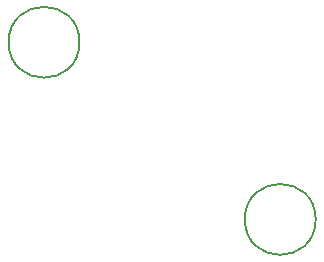
<source format=gbr>
%TF.GenerationSoftware,KiCad,Pcbnew,(6.0.9)*%
%TF.CreationDate,2023-01-28T00:17:32-09:00*%
%TF.ProjectId,HOTAS_Throttle Inner Grip,484f5441-535f-4546-9872-6f74746c6520,rev?*%
%TF.SameCoordinates,Original*%
%TF.FileFunction,Other,Comment*%
%FSLAX46Y46*%
G04 Gerber Fmt 4.6, Leading zero omitted, Abs format (unit mm)*
G04 Created by KiCad (PCBNEW (6.0.9)) date 2023-01-28 00:17:32*
%MOMM*%
%LPD*%
G01*
G04 APERTURE LIST*
%ADD10C,0.150000*%
G04 APERTURE END LIST*
D10*
%TO.C,H1*%
X108000000Y-117000000D02*
G75*
G03*
X108000000Y-117000000I-3000000J0D01*
G01*
%TO.C,H4*%
X88000000Y-102000000D02*
G75*
G03*
X88000000Y-102000000I-3000000J0D01*
G01*
%TD*%
M02*

</source>
